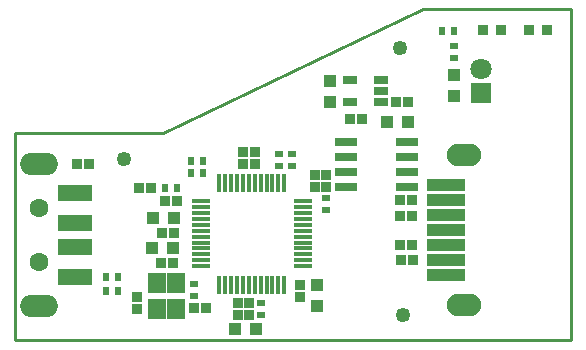
<source format=gbr>
G04 #@! TF.FileFunction,Soldermask,Top*
%FSLAX46Y46*%
G04 Gerber Fmt 4.6, Leading zero omitted, Abs format (unit mm)*
G04 Created by KiCad (PCBNEW no-vcs-found-undefined) date Thu Oct 27 09:39:44 2016*
%MOMM*%
%LPD*%
G01*
G04 APERTURE LIST*
%ADD10C,0.600000*%
%ADD11C,0.254000*%
%ADD12C,1.254000*%
%ADD13R,3.000000X1.400000*%
%ADD14C,1.600000*%
%ADD15C,1.200000*%
%ADD16O,3.200000X1.900000*%
%ADD17O,2.900000X1.900000*%
%ADD18R,3.200000X1.000000*%
%ADD19R,0.950000X0.900000*%
%ADD20R,1.117600X1.117600*%
%ADD21R,0.900000X0.950000*%
%ADD22R,0.901600X0.901600*%
%ADD23R,0.601600X0.651600*%
%ADD24R,0.651600X0.601600*%
%ADD25R,1.301600X0.651600*%
%ADD26R,1.901600X0.701600*%
%ADD27R,1.501600X0.355600*%
%ADD28R,0.355600X1.501600*%
%ADD29R,1.600000X1.800000*%
%ADD30R,1.800000X1.800000*%
%ADD31C,1.800000*%
G04 APERTURE END LIST*
D10*
D11*
X137000000Y-34500000D02*
X149500000Y-34500000D01*
X115000000Y-45000000D02*
X137000000Y-34500000D01*
X102500000Y-45000000D02*
X115000000Y-45000000D01*
X102500000Y-62500000D02*
X102500000Y-45000000D01*
X149500000Y-62500000D02*
X149500000Y-34500000D01*
X102500000Y-62500000D02*
X149500000Y-62500000D01*
D12*
X135100000Y-37750000D03*
X135350000Y-60400000D03*
X111700000Y-47150000D03*
D13*
X107530000Y-57150000D03*
X107530000Y-54610000D03*
X107530000Y-52610000D03*
X107530000Y-50070000D03*
D14*
X104530000Y-51310000D03*
X104530000Y-55910000D03*
D15*
X105280000Y-47610000D03*
X103780000Y-59610000D03*
X103780000Y-47610000D03*
D16*
X104530000Y-47610000D03*
D15*
X105280000Y-59610000D03*
D16*
X104530000Y-59610000D03*
D17*
X140450000Y-46850000D03*
X140450000Y-59550000D03*
D18*
X138950000Y-49390000D03*
X138950000Y-50660000D03*
X138950000Y-51930000D03*
X138950000Y-53200000D03*
X138950000Y-54470000D03*
X138950000Y-55740000D03*
X138950000Y-57010000D03*
D19*
X128800000Y-48484000D03*
X128800000Y-49500000D03*
D20*
X133961000Y-44000000D03*
X135739000Y-44000000D03*
D21*
X135758000Y-42350000D03*
X134742000Y-42350000D03*
D20*
X129150000Y-42350000D03*
X129150000Y-40572000D03*
D21*
X130834000Y-43800000D03*
X131850000Y-43800000D03*
D19*
X127850000Y-48492000D03*
X127850000Y-49508000D03*
D21*
X135092000Y-50650000D03*
X136108000Y-50650000D03*
X135092000Y-51950000D03*
X136108000Y-51950000D03*
X136108000Y-54450000D03*
X135092000Y-54450000D03*
X135142000Y-55750000D03*
X136158000Y-55750000D03*
D19*
X126550000Y-58808000D03*
X126550000Y-57792000D03*
D20*
X139650000Y-40011000D03*
X139650000Y-41789000D03*
X128050000Y-59589000D03*
X128050000Y-57811000D03*
D19*
X122250000Y-59392000D03*
X122250000Y-60408000D03*
X122750000Y-46592000D03*
X122750000Y-47608000D03*
X121750000Y-46600000D03*
X121750000Y-47616000D03*
D20*
X121061000Y-61550000D03*
X122839000Y-61550000D03*
D19*
X121350000Y-59392000D03*
X121350000Y-60408000D03*
D21*
X107692000Y-47600000D03*
X108708000Y-47600000D03*
X113958000Y-49650000D03*
X112942000Y-49650000D03*
X116208000Y-50750000D03*
X115192000Y-50750000D03*
D20*
X115889000Y-52150000D03*
X114111000Y-52150000D03*
D21*
X114942000Y-53400000D03*
X115958000Y-53400000D03*
D20*
X114061000Y-54700000D03*
X115839000Y-54700000D03*
D21*
X115858000Y-55950000D03*
X114842000Y-55950000D03*
D19*
X112800000Y-59858000D03*
X112800000Y-58842000D03*
D21*
X117592000Y-59750000D03*
X118608000Y-59750000D03*
D22*
X147500001Y-36250000D03*
X145976001Y-36250000D03*
X142126001Y-36250000D03*
X143650001Y-36250000D03*
D23*
X138642000Y-36300000D03*
X139658000Y-36300000D03*
D24*
X128800000Y-50492000D03*
X128800000Y-51508000D03*
X139650000Y-38608000D03*
X139650000Y-37592000D03*
X124800000Y-46742000D03*
X124800000Y-47758000D03*
X125950000Y-47758000D03*
X125950000Y-46742000D03*
D23*
X110142000Y-57150000D03*
X111158000Y-57150000D03*
D24*
X123250000Y-60408000D03*
X123250000Y-59392000D03*
D23*
X110142000Y-58300000D03*
X111158000Y-58300000D03*
X118408000Y-47300000D03*
X117392000Y-47300000D03*
X117392000Y-48350000D03*
X118408000Y-48350000D03*
X115200000Y-49650000D03*
X116216000Y-49650000D03*
D24*
X117600000Y-58758000D03*
X117600000Y-57742000D03*
D25*
X130850000Y-40450000D03*
X130850000Y-42350000D03*
X133450000Y-40450000D03*
X133450000Y-41400000D03*
X133450000Y-42350000D03*
D26*
X135650000Y-49505000D03*
X135650000Y-48235000D03*
X135650000Y-46965000D03*
X135650000Y-45695000D03*
X130450000Y-45695000D03*
X130450000Y-46965000D03*
X130450000Y-48235000D03*
X130450000Y-49505000D03*
D27*
X118210000Y-50740000D03*
X118210000Y-51240000D03*
X118210000Y-51740000D03*
X118210000Y-52240000D03*
X118210000Y-52740000D03*
X118210000Y-53240000D03*
X118210000Y-53740000D03*
X118210000Y-54240000D03*
X118210000Y-54740000D03*
X118210000Y-55240000D03*
X118210000Y-55740000D03*
X118210000Y-56240000D03*
D28*
X119760000Y-57790000D03*
X120260000Y-57790000D03*
X120760000Y-57790000D03*
X121260000Y-57790000D03*
X121760000Y-57790000D03*
X122260000Y-57790000D03*
X122760000Y-57790000D03*
X123260000Y-57790000D03*
X123760000Y-57790000D03*
X124260000Y-57790000D03*
X124760000Y-57790000D03*
X125260000Y-57790000D03*
D27*
X126810000Y-56240000D03*
X126810000Y-55740000D03*
X126810000Y-55240000D03*
X126810000Y-54740000D03*
X126810000Y-54240000D03*
X126810000Y-53740000D03*
X126810000Y-53240000D03*
X126810000Y-52740000D03*
X126810000Y-52240000D03*
X126810000Y-51740000D03*
X126810000Y-51240000D03*
X126810000Y-50740000D03*
D28*
X125260000Y-49190000D03*
X124760000Y-49190000D03*
X124260000Y-49190000D03*
X123760000Y-49190000D03*
X123260000Y-49190000D03*
X122760000Y-49190000D03*
X122260000Y-49190000D03*
X121760000Y-49190000D03*
X121260000Y-49190000D03*
X120760000Y-49190000D03*
X120260000Y-49190000D03*
X119760000Y-49190000D03*
D29*
X114500000Y-57650000D03*
X116100000Y-59850000D03*
X114500000Y-59850000D03*
X116100000Y-57650000D03*
D30*
X141947860Y-41558380D03*
D31*
X141945320Y-39546700D03*
M02*

</source>
